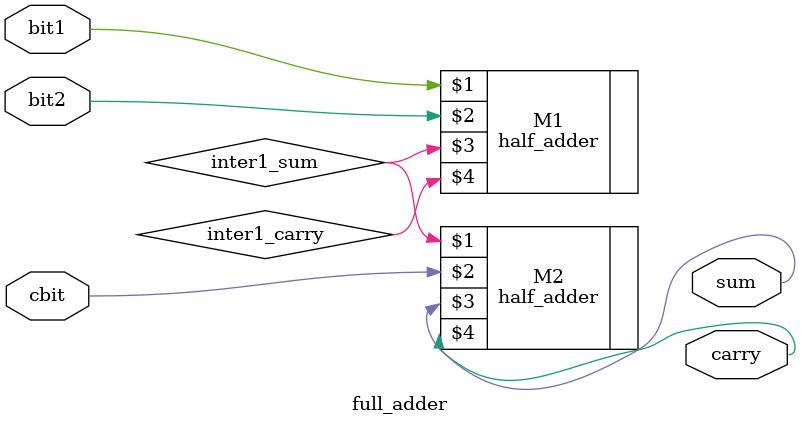
<source format=v>
/*
Auther: R Ansh Joseph
Date: Oct 8 2023
version: 0.0.1
Module: Full Adder
Dependency: Half Adder
*/
`include "../Half_Add/half_add.v"

module full_adder(bit1,bit2,cbit,sum,carry);
    input bit1,bit2,cbit;
    output sum,carry;

    wire inter1_sum,inter1_carry;
    half_adder M1(bit1,bit2,inter1_sum,inter1_carry);
    half_adder M2(inter1_sum,cbit,sum,carry);
endmodule
</source>
